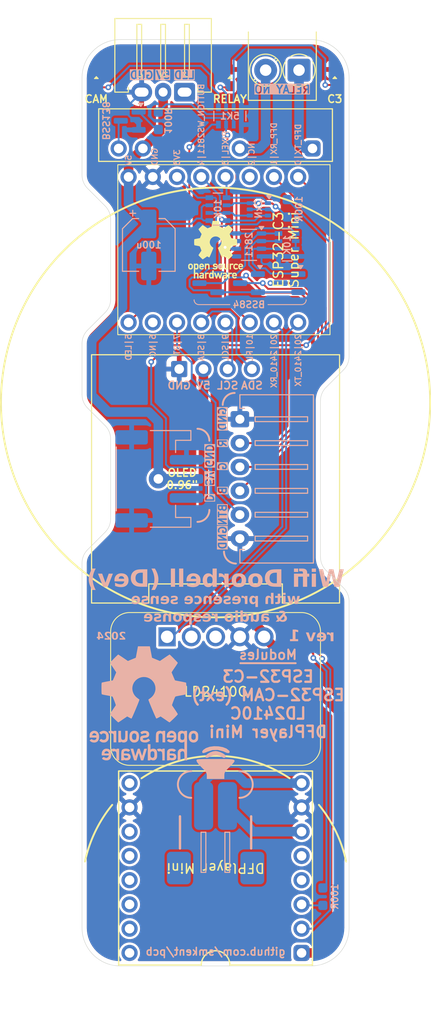
<source format=kicad_pcb>
(kicad_pcb (version 20240108) (generator "pcbnew") (generator_version "8.0")
  (layers (0 "F.Cu" signal) (31 "B.Cu" signal) (34 "B.Paste" user) (35 "F.Paste" user) (36 "B.SilkS" user "B.Silkscreen") (37 "F.SilkS" user "F.Silkscreen") (38 "B.Mask" user) (39 "F.Mask" user) (44 "Edge.Cuts" user))
  (net 0 "")
  (net 1 "BUTTON_LED_B")
  (net 2 "GND")
  (net 3 "BUTTON_LED_R")
  (net 4 "BUTTON_LED_G")
  (net 5 "BUTTON")
  (net 6 "Net-(LED1-A)")
  (net 7 "Net-(LED2-A)")
  (net 8 "+3V3")
  (net 9 "DOORBELL_RELAY")
  (net 10 "BUTTON_LED_R_EN")
  (net 11 "BUTTON_LED_G_EN")
  (net 12 "BUTTON_LED_B_EN")
  (net 13 "Net-(SM2-TX)")
  (net 14 "Net-(SM2-SPK1)")
  (net 15 "Net-(SM2-SPK2)")
  (net 25 "UART_1_RX")
  (net 26 "UART_1_TX")
  (net 27 "UART_2_RX")
  (net 28 "UART_2_TX")
  (net 29 "NEOPIXELS")
  (net 30 "C3_LED_STATUS")
  (net 31 "I2C_SDA")
  (net 32 "+5V")
  (net 33 "CAM_LED_STATUS")
  (net 34 "I2C_SCL")
  (net 35 "BUTTON_WS8211")
  (net 38 "NEOPIXELS_3V3")
  (net 39 "BUTTON_WS8211_3V3")
  (net 43 "RELAY_NO_2")
  (net 44 "RELAY_NO_1")
  (net 45 "Net-(Q5-G)")
  (net 46 "/RELAY_LOW")
  (net 47 "Net-(LED3-A)")
  (net 48 "Net-(J4-Pin_1)")
  (footprint "aliexpress:LCD-OLED-0.96-module-noholes" (layer "F.Cu") (at 160 108)
    (property "Reference" "SM5" (hide yes))
    (property "Value" "0.96mm LCD")
  )
  (footprint "lcsc:SENSOR-TH_HLK-LD2410C-P" (layer "F.Cu") (at 160 124.535)
    (property "Reference" "SM4" (hide yes))
    (property "Value" "HLK-LD2410C-P")
  )
  (footprint "aliexpress:RELAY-G3MB-202P-5VDC" (layer "F.Cu") (at 160 72 180)
    (property "Reference" "U2" (hide yes))
    (property "Value" "G3MB-202P-5VDC")
  )
  (footprint "Symbol:OSHW-Logo_5.7x6mm_SilkScreen" (layer "F.Cu") (at 160 84)
    (property "Reference" "REF**" (hide yes))
    (property "Value" "OSHW-Logo_5.7x6mm_SilkScreen" (hide yes))
  )
  (footprint "custom:TerminalBlock_Phoenix_PT-1,5-2-3.5-H_1x02_P3.50mm_Horizontal_custom" (layer "F.Cu") (at 168.75 65.2 180)
    (property "Reference" "J2" (hide yes))
    (property "Value" "Screw_Terminal_01x02")
  )
  (footprint "custom:LED_0603_1608Metric_Pad1.05x0.95mm_HandSolder_simple" (layer "F.Cu") (at 172.5 66 -90)
    (property "Reference" "LED2" (hide yes))
    (property "Value" "LED")
  )
  (footprint "aliexpress:DFPlayer-Mini-DFR0299-module" (layer "F.Cu") (at 160 148.75 180)
    (property "Reference" "SM2" (hide yes))
    (property "Value" "DFR0299")
  )
  (footprint "custom:Conn_Combo_JST-1x03-XH_PH-THT" (layer "F.Cu") (at 157 67.5 180)
    (property "Reference" "J3" (hide yes))
    (property "Value" "JST XH/PH")
  )
  (footprint "custom:LED_0603_1608Metric_Pad1.05x0.95mm_HandSolder_simple" (layer "F.Cu") (at 147.5 66 -90)
    (property "Reference" "LED1" (hide yes))
    (property "Value" "LED")
  )
  (footprint "custom:LED_0603_1608Metric_Pad1.05x0.95mm_HandSolder_simple" (layer "F.Cu") (at 161.5 66 -90)
    (property "Reference" "LED3" (hide yes))
    (property "Value" "LED")
  )
  (footprint "aliexpress:ESP32-C3-Super-Mini-Pins" (layer "F.Cu") (at 158.5 84 90)
    (property "Reference" "SM1" (hide yes))
    (property "Value" "~")
  )
  (footprint "custom:SOT-23_simple" (layer "B.Cu") (at 163.5 87.5 180)
    (property "Reference" "Q2" (hide yes))
    (property "Value" "BSS84")
  )
  (footprint "Resistor_SMD:R_Array_Convex_4x0603" (layer "B.Cu") (at 160.25 79.75)
    (property "Reference" "RN2" (hide yes))
    (property "Value" "10K")
  )
  (footprint "custom:R_0603_1608Metric_Pad0.98x0.95mm_HandSolder_simple" (layer "B.Cu") (at 154 70.5 90)
    (property "Reference" "R5" (hide yes))
    (property "Value" "100R")
  )
  (footprint "custom:SOT-23_simple" (layer "B.Cu") (at 167.75 87.5 180)
    (property "Reference" "Q3" (hide yes))
    (property "Value" "BSS84")
  )
  (footprint "Symbol:OSHW-Logo_11.4x12mm_SilkScreen" (layer "B.Cu") (at 152.5 131.5 180)
    (property "Reference" "REF**" (hide yes))
    (property "Value" "OSHW-Logo_11.4x12mm_SilkScreen" (hide yes))
  )
  (footprint "graphics:icon-speaker-4mm" (layer "B.Cu") (at 160 137.75 90)
    (property "Reference" "G***" (hide yes))
    (property "Value" "LOGO" (hide yes))
  )
  (footprint "custom:R_0603_1608Metric_Pad0.98x0.95mm_HandSolder_simple" (layer "B.Cu") (at 167.5 79.6625 90)
    (property "Reference" "R3" (hide yes))
    (property "Value" "100R")
  )
  (footprint "lcsc:FSOP-8_L3.3-W1.7-P0.80-LS2.9-BL" (layer "B.Cu") (at 163.5 83.5 180)
    (property "Reference" "U1" (hide yes))
    (property "Value" "WS2811F")
  )
  (footprint "custom:Conn_Combo_JST-1x02-XH_PH-SMD-pad2gnd" (layer "B.Cu") (at 160 143 180)
    (property "Reference" "LS1" (hide yes))
    (property "Value" "Speaker")
  )
  (footprint "Capacitor_SMD:CP_Elec_5x5.4" (layer "B.Cu") (at 153 83.5 -90)
    (property "Reference" "C0" (hide yes))
    (property "Value" "100u")
  )
  (footprint "Resistor_SMD:R_Array_Convex_4x0603" (layer "B.Cu") (at 161.5 70 -90)
    (property "Reference" "RN3" (hide yes))
    (property "Value" "5K1")
  )
  (footprint "custom:SOT-23_simple" (layer "B.Cu") (at 151 70.5 180)
    (property "Reference" "Q5" (hide yes))
    (property "Value" "BSS138")
  )
  (footprint "custom:JST_XH_S6B-XH_1x06_P2.50mm_Horizontal" (layer "B.Cu") (at 162.55 101.75 -90)
    (property "Reference" "J1" (hide yes))
    (property "Value" "JST XH")
  )
  (footprint "custom:SOT-23_simple" (layer "B.Cu") (at 159.25 87.5 180)
    (property "Reference" "Q1" (hide yes))
    (property "Value" "BSS84")
  )
  (footprint "connectors:STEMMA-Signal-SMD-horizontal" (layer "B.Cu") (at 154.1 108 90)
    (property "Reference" "J4" (hide yes))
    (property "Value" "JST PH")
  )
  (footprint "custom:SOT-363_SC-70-6_simple" (layer "B.Cu") (at 164.5375 79.775 180)
    (property "Reference" "Q4" (hide yes))
    (property "Value" "2N7002DW")
  )
  (footprint "custom:R_0603_1608Metric_Pad0.98x0.95mm_HandSolder_simple" (layer "B.Cu") (at 171.25 151.75 -90)
    (property "Reference" "R4" (hide yes))
    (property "Value" "100R")
  )
  (footprint "Resistor_SMD:R_Array_Convex_4x0603" (layer "B.Cu") (at 167.5 83.5 180)
    (property "Reference" "RN1" (hide yes))
    (property "Value" "10K")
  )
  (gr_arc (start 157.447 141.397) (mid 156.05 140) (end 157.447 138.603) (stroke (width 0.2)) (layer "B.SilkS"))
  (gr_arc (start 158.25 89.75) (mid 157.896447 89.603553) (end 157.75 89.25) (stroke (width 0.1)) (layer "B.SilkS"))
  (gr_line (start 165.5 89.75) (end 169 89.75) (stroke (width 0.1)) (layer "B.SilkS"))
  (gr_line (start 162.6 127.3) (end 168.4 127.3) (stroke (width 0.2)) (layer "B.SilkS"))
  (gr_arc (start 162.133883 116.866117) (mid 161.25 116.5) (end 160.883883 115.616117) (stroke (width 0.2)) (layer "B.SilkS"))
  (gr_arc (start 159.35 111.25) (mid 158.983883 112.133883) (end 158.1 112.5) (stroke (width 0.2)) (layer "B.SilkS"))
  (gr_line (start 161.5 89.75) (end 158.25 89.75) (stroke (width 0.1)) (layer "B.SilkS"))
  (gr_arc (start 169.5 89.25) (mid 169.353553 89.603553) (end 169 89.75) (stroke (width 0.1)) (layer "B.SilkS"))
  (gr_arc (start 162.5 138.603) (mid 163.897 140) (end 162.5 141.397) (stroke (width 0.2)) (layer "B.SilkS"))
  (gr_arc (start 160.75 100.25) (mid 161.116117 99.366117) (end 162 99) (stroke (width 0.2)) (layer "B.SilkS"))
  (gr_arc (start 158.1 102.75) (mid 158.983883 103.116117) (end 159.35 104) (stroke (width 0.2)) (layer "B.SilkS"))
  (gr_arc (start 170.835401 142.134672) (mid 172.615916 144.930517) (end 173.689233 148.066593) (stroke (width 0.2)) (layer "F.SilkS"))
  (gr_arc (start 152.234197 139.351296) (mid 155.943022 137.600712) (end 160 137) (stroke (width 0.2)) (layer "F.SilkS"))
  (gr_arc (start 146.310767 148.066593) (mid 147.384084 144.930517) (end 149.164599 142.134672) (stroke (width 0.2)) (layer "F.SilkS"))
  (gr_circle (center 160 100) (end 182.5 100) (stroke (width 0.2)) (fill none) (layer "F.SilkS"))
  (gr_arc (start 160 137) (mid 164.056978 137.600712) (end 167.765803 139.351296) (stroke (width 0.2)) (layer "F.SilkS"))
  (gr_line (start 171.585787 117.585787) (end 173.414214 119.414214) (stroke (width 0.05)) (layer "Edge.Cuts"))
  (gr_line (start 174 66) (end 174 95.171573) (stroke (width 0.05)) (layer "Edge.Cuts"))
  (gr_arc (start 150 159) (mid 147.171573 157.828427) (end 146 155) (stroke (width 0.05)) (layer "Edge.Cuts"))
  (gr_line (start 149 89.171573) (end 149 80.828427) (stroke (width 0.05)) (layer "Edge.Cuts"))
  (gr_arc (start 146 66) (mid 147.171573 63.171573) (end 150 62) (stroke (width 0.05)) (layer "Edge.Cuts"))
  (gr_line (start 148.414213 79.414213) (end 146.585786 77.585786) (stroke (width 0.05)) (layer "Edge.Cuts"))
  (gr_arc (start 146 93.828427) (mid 146.152232 93.063055) (end 146.585786 92.414214) (stroke (width 0.05)) (layer "Edge.Cuts"))
  (gr_arc (start 146.585786 77.585786) (mid 146.152241 76.93694) (end 146 76.171573) (stroke (width 0.05)) (layer "Edge.Cuts"))
  (gr_line (start 146 76.171573) (end 146 66) (stroke (width 0.05)) (layer "Edge.Cuts"))
  (gr_arc (start 174 95.171573) (mid 173.847768 95.936945) (end 173.414214 96.585786) (stroke (width 0.05)) (layer "Edge.Cuts"))
  (gr_line (start 148.414213 102.414213) (end 146.585786 100.585786) (stroke (width 0.05)) (layer "Edge.Cuts"))
  (gr_line (start 149 103.828427) (end 149 112.171573) (stroke (width 0.05)) (layer "Edge.Cuts"))
  (gr_line (start 148.414213 113.585787) (end 146.585786 115.414214) (stroke (width 0.05)) (layer "Edge.Cuts"))
  (gr_arc (start 148.414213 102.414213) (mid 148.847759 103.06306) (end 149 103.828427) (stroke (width 0.05)) (layer "Edge.Cuts"))
  (gr_arc (start 146 116.828427) (mid 146.152241 116.06306) (end 146.585786 115.414214) (stroke (width 0.05)) (layer "Edge.Cuts"))
  (gr_arc (start 149 112.171573) (mid 148.847768 112.936946) (end 148.414213 113.585787) (stroke (width 0.05)) (layer "Edge.Cuts"))
  (gr_line (start 170 159) (end 150 159) (stroke (width 0.05)) (layer "Edge.Cuts"))
  (gr_arc (start 149 89.171573) (mid 148.847768 89.936946) (end 148.414213 90.585787) (stroke (width 0.05)) (layer "Edge.Cuts"))
  (gr_arc (start 170 62) (mid 172.828427 63.171573) (end 174 66) (stroke (width 0.05)) (layer "Edge.Cuts"))
  (gr_line (start 150 62) (end 170 62) (stroke (width 0.05)) (layer "Edge.Cuts"))
  (gr_line (start 174 120.828427) (end 174 155) (stroke (width 0.05)) (layer "Edge.Cuts"))
  (gr_arc (start 174 155) (mid 172.828427 157.828427) (end 170 159) (stroke (width 0.05)) (layer "Edge.Cuts"))
  (gr_line (start 171.585787 98.414213) (end 173.414214 96.585786) (stroke (width 0.05)) (layer "Edge.Cuts"))
  (gr_line (start 146 99.171573) (end 146 93.828427) (stroke (width 0.05)) (layer "Edge.Cuts"))
  (gr_line (start 146 155) (end 146 116.828427) (stroke (width 0.05)) (layer "Edge.Cuts"))
  (gr_line (start 148.414213 90.585787) (end 146.585786 92.414214) (stroke (width 0.05)) (layer "Edge.Cuts"))
  (gr_arc (start 148.414213 79.414213) (mid 148.847759 80.06306) (end 149 80.828427) (stroke (width 0.05)) (layer "Edge.Cuts"))
  (gr_line (start 171 116.171573) (end 171 99.828427) (stroke (width 0.05)) (layer "Edge.Cuts"))
  (gr_arc (start 173.414214 119.414214) (mid 173.847759 120.06306) (end 174 120.828427) (stroke (width 0.05)) (layer "Edge.Cuts"))
  (gr_arc (start 171 99.828427) (mid 171.152241 99.06306) (end 171.585787 98.414213) (stroke (width 0.05)) (layer "Edge.Cuts"))
  (gr_arc (start 171.585787 117.585787) (mid 171.15225 116.936939) (end 171 116.171573) (stroke (width 0.05)) (layer "Edge.Cuts"))
  (gr_arc (start 146.585786 100.585786) (mid 146.152241 99.93694) (end 146 99.171573) (stroke (width 0.05)) (layer "Edge.Cuts"))
  (gr_text "SDA" (at 163.81 97.75 0) (layer "B.SilkS") (effects (font (size 0.8 0.8) (thickness 0.16) (bold yes)) (justify top mirror)))
  (gr_text "2811" (at 163.5 83.5 90) (layer "B.SilkS") (effects (font (size 0.7 0.7) (thickness 0.14) (bold yes)) (justify mirror)))
  (gr_text "9|SCL" (at 161.04 92.75 90) (layer "B.SilkS") (effects (font (size 0.6 0.6) (thickness 0.12) (bold yes)) (justify left mirror)))
  (gr_text "5K1" (at 161.5 70 0) (layer "B.SilkS") (effects (font (size 0.7 0.7) (thickness 0.14) (bold yes)) (justify mirror)))
  (gr_text "7|BT" (at 155.96 92.75 90) (layer "B.SilkS") (effects (font (size 0.6 0.6) (thickness 0.12) (bold yes)) (justify left mirror)))
  (gr_text "PIXEL|3" (at 161.04 75.25 90) (layer "B.SilkS") (effects (font (size 0.6 0.6) (thickness 0.12) (bold yes)) (justify right mirror)))
  (gr_text "3V3" (at 155.96 75.25 90) (layer "B.SilkS") (effects (font (size 0.6 0.6) (thickness 0.12) (bold yes)) (justify right mirror)))
  (gr_text "GND" (at 160.75 114.156 90) (layer "B.SilkS" knockout) (effects (font (size 0.8 0.8) (thickness 0.16) (bold yes)) (justify mirror)))
  (gr_text "5V" (at 158.73 97.75 0) (layer "B.SilkS") (effects (font (size 0.8 0.8) (thickness 0.16) (bold yes)) (justify top mirror)))
  (gr_text "5|LED" (at 150.88 92.75 90) (layer "B.SilkS") (effects (font (size 0.6 0.6) (thickness 0.12) (bold yes)) (justify left mirror)))
  (gr_text "6|NC" (at 153.42 92.75 90) (layer "B.SilkS") (effects (font (size 0.6 0.6) (thickness 0.12) (bold yes)) (justify left mirror)))
  (gr_text "BSS138" (at 148.5 70.5 -90) (layer "B.SilkS") (effects (font (size 0.7 0.7) (thickness 0.14) (bold yes)) (justify mirror)))
  (gr_text "GND" (at 156.19 97.75 0) (layer "B.SilkS") (effects (font (size 0.8 0.8) (thickness 0.16) (bold yes)) (justify top mirror)))
  (gr_text "BTN" (at 160.75 111.743 90) (layer "B.SilkS" knockout) (effects (font (size 0.8 0.8) (thickness 0.16) (bold yes)) (justify mirror)))
  (gr_text "R" (at 160.75 104.25 90) (layer "B.SilkS" knockout) (effects (font (size 0.8 0.8) (thickness 0.16) (bold yes)) (justify mirror)))
  (gr_text "NC|2" (at 163.78 75.25 90) (layer "B.SilkS") (effects (font (size 0.6 0.6) (thickness 0.12) (bold yes)) (justify right mirror)))
  (gr_text "100R" (at 155 70.5 -90) (layer "B.SilkS") (effects (font (size 0.7 0.7) (thickness 0.14) (bold yes)) (justify mirror)))
  (gr_text "RELAY NO" (at 167 66.75 -0) (layer "B.SilkS" knockout) (effects (font (size 0.8 0.8) (thickness 0.16) (bold yes)) (justify top mirror)))
  (gr_text "ESP32-C3\nESP32-CAM (ext)\nLD2410C\nDFPlayer Mini\n" (at 165.5 128 0) (layer "B.SilkS") (effects (font (size 1.2 1.2) (thickness 0.24) (bold yes)) (justify top mirror)))
  (gr_text "Modules" (at 165.5 127 0) (layer "B.SilkS") (effects (font (size 1 1) (thickness 0.2) (bold yes)) (justify bottom mirror)))
  (gr_text "D" (at 159.35 110 -90) (layer "B.SilkS" knockout) (effects (font (size 0.8 0.8) (thickness 0.16) (bold yes)) (justify mirror)))
  (gr_text "BUTTON_WS2811|4" (at 158.5 75.25 90) (layer "B.SilkS") (effects (font (size 0.6 0.6) (thickness 0.12) (bold yes)) (justify right mirror)))
  (gr_text "100R" (at 172.5 151.75 90) (layer "B.SilkS") (effects (font (size 0.7 0.7) (thickness 0.14) (bold yes)) (justify mirror)))
  (gr_text "DFP_TX|0" (at 168.66 75.25 90) (layer "B.SilkS") (effects (font (size 0.6 0.6) (thickness 0.12) (bold yes)) (justify right mirror)))
  (gr_text "100R" (at 168.75 79.75 90) (layer "B.SilkS") (effects (font (size 0.7 0.7) (thickness 0.14) (bold yes)) (justify mirror)))
  (gr_text "rev 1" (at 172.5 124.5 0) (layer "B.SilkS") (effects (font (size 1.2 1.2) (thickness 0.24) (bold yes)) (justify left mirror)))
  (gr_text "GND" (at 159.35 105.587 -90) (layer "B.SilkS" knockout) (effects (font (size 0.8 0.8) (thickness 0.16) (bold yes)) (justify mirror)))
  (gr_text "SCL" (at 161.27 97.75 0) (layer "B.SilkS") (effects (font (size 0.8 0.8) (thickness 0.16) (bold yes)) (justify top mirror)))
  (gr_text "5V" (at 159.35 108 -90) (layer "B.SilkS" knockout) (effects (font (size 0.8 0.8) (thickness 0.16) (bold yes)) (justify mirror)))
  (gr_text "github.com/smkent/pcb" (at 160 157.5 0) (layer "B.SilkS") (effects (font (size 0.8 0.8) (thickness 0.16) (bold yes)) (justify mirror)))
  (gr_text "G" (at 160.75 106.663 90) (layer "B.SilkS" knockout) (effects (font (size 0.8 0.8) (thickness 0.16) (bold yes)) (justify mirror)))
  (gr_text "20|2410_RX" (at 166.12 92.75 90) (layer "B.SilkS") (effects (font (size 0.6 0.6) (thickness 0.12) (bold yes)) (justify left mirror)))
  (gr_text "10K" (at 160.25 79.75 90) (layer "B.SilkS") (effects (font (size 0.7 0.7) (thickness 0.14) (bold yes)) (justify mirror)))
  (gr_text "B" (at 160.75 109.203 90) (layer "B.SilkS" knockout) (effects (font (size 0.8 0.8) (thickness 0.16) (bold yes)) (justify mirror)))
  (gr_text "10K" (at 167.5 83.5 90) (layer "B.SilkS") (effects (font (size 0.7 0.7) (thickness 0.14) (bold yes)) (justify mirror)))
  (gr_text "DFP_RX|1" (at 166.12 75.25 90) (layer "B.SilkS") (effects (font (size 0.6 0.6) (thickness 0.12) (bold yes)) (justify right mirror)))
  (gr_text "2xN" (at 164.5 79.75 90) (layer "B.SilkS") (effects (font (size 0.7 0.7) (thickness 0.14) (bold yes)) (justify mirror)))
  (gr_text "10|RL" (at 163.58 92.75 90) (layer "B.SilkS") (effects (font (size 0.6 0.6) (thickness 0.12) (bold yes)) (justify left mirror)))
  (gr_text "2024" (at 147.5 124.5 0) (layer "B.SilkS") (effects (font (size 0.8 0.8) (thickness 0.24) (bold yes)) (justify right mirror)))
  (gr_text "LED" (at 156.75 65.25 -0) (layer "B.SilkS" knockout) (effects (font (size 0.8 0.8) (thickness 0.16) (bold yes)) (justify top mirror)))
  (gr_text "GND" (at 153.62 75.25 90) (layer "B.SilkS") (effects (font (size 0.6 0.6) (thickness 0.12) (bold yes)) (justify right mirror)))
  (gr_text "GND" (at 152.25 65.25 -0) (layer "B.SilkS" knockout) (effects (font (size 0.8 0.8) (thickness 0.16) (bold yes)) (justify top mirror)))
  (gr_text "8|SDA" (at 158.5 92.75 90) (layer "B.SilkS") (effects (font (size 0.6 0.6) (thickness 0.12) (bold yes)) (justify left mirror)))
  (gr_text "5V" (at 154.5 65.25 -0) (layer "B.SilkS" knockout) (effects (font (size 0.8 0.8) (thickness 0.16) (bold yes)) (justify top mirror)))
  (gr_text "100u" (at 153 83.5 0) (layer "B.SilkS") (effects (font (size 0.7 0.7) (thickness 0.14) (bold yes)) (justify mirror)))
  (gr_text "with presence sense\n& audio response" (at 160 120 0) (layer "B.SilkS") (effects (font (size 1.1 1.1) (thickness 0.22) (bold yes)) (justify top mirror)))
  (gr_text "20|2410_TX" (at 168.66 92.75 90) (layer "B.SilkS") (effects (font (size 0.6 0.6) (thickness 0.12) (bold yes)) (justify left mirror)))
  (gr_text "GND" (at 160.75 101.71 90) (layer "B.SilkS" knockout) (effects (font (size 0.8 0.8) (thickness 0.16) (bold yes)) (justify mirror)))
  (gr_text "5V" (at 150.88 75.25 90) (layer "B.SilkS") (effects (font (size 0.6 0.6) (thickness 0.12) (bold yes)) (justify right mirror)))
  (gr_text "Wifi Doorbell (Dev)\n" (at 160 117.5 0) (layer "B.SilkS") (effects (font (size 1.8 1.8) (thickness 0.4) (bold yes)) (justify top mirror)))
  (gr_text "BSS84" (at 163.5 89.75 0) (layer "B.SilkS") (effects (font (size 0.7 0.7) (thickness 0.14) (bold yes)) (justify mirror)))
  (gr_text "OLED\n0.96{dblquote}" (at 156.5 108 0) (layer "F.SilkS") (effects (font (size 0.8 0.8) (thickness 0.16) (bold yes))))
  (gr_text "RELAY" (at 161.5 67.75 0) (layer "F.SilkS") (effects (font (size 0.8 0.8) (thickness 0.16) (bold yes)) (justify top)))
  (gr_text "CAM" (at 147.5 67.75 0) (layer "F.SilkS") (effects (font (size 0.8 0.8) (thickness 0.16) (bold yes)) (justify top)))
  (gr_text "C3" (at 172.5 67.75 0) (layer "F.SilkS") (effects (font (size 0.8 0.8) (thickness 0.16) (bold yes)) (justify top)))
  (segment (start 171.55 95.331372) (end 168.8 98.081372) (width 0.2) (layer "F.Cu") (net 1))
  (segment (start 168.8 98.081372) (end 168.8 103) (width 0.2) (layer "F.Cu") (net 1))
  (segment (start 168.8 103) (end 162.55 109.25) (width 0.2) (layer "F.Cu") (net 1))
  (segment (start 171.55 90.05) (end 171.55 95.331372) (width 0.2) (layer "F.Cu") (net 1))
  (segment (start 165.75 87.5) (end 169 87.5) (width 0.2) (layer "F.Cu") (net 1))
  (segment (start 169 87.5) (end 171.55 90.05) (width 0.2) (layer "F.Cu") (net 1))
  (via (at 165.75 87.5) (size 0.6) (drill 0.3) (layers "F.Cu" "B.Cu") (net 1))
  (segment (start 166.8125 87.5) (end 165.75 87.5) (width 0.2) (layer "B.Cu") (net 1))
  (segment (start 152.25 67.5) (end 150.9 68.85) (width 0.2) (layer "B.Cu") (net 2))
  (segment (start 164.81 85.31) (end 165 85.5) (width 0.2) (layer "B.Cu") (net 2))
  (segment (start 164.81 84.7) (end 164.81 85.31) (width 0.2) (layer "B.Cu") (net 2))
  (segment (start 165 85.5) (end 166.5 85.5) (width 0.2) (layer "B.Cu") (net 2))
  (segment (start 150.9 69.959448) (end 151.9375 70.996948) (width 0.2) (layer "B.Cu") (net 2))
  (segment (start 166.5 85.5) (end 170 85.5) (width 0.2) (layer "B.Cu") (net 2))
  (segment (start 166.6 85.4) (end 166.5 85.5) (width 0.2) (layer "B.Cu") (net 2))
  (segment (start 151.9375 70.996948) (end 151.9375 71.45) (width 0.2) (layer "B.Cu") (net 2))
  (segment (start 166.6 84.7) (end 166.6 85.4) (width 0.2) (layer "B.Cu") (net 2))
  (segment (start 150.9 68.85) (end 150.9 69.959448) (width 0.2) (layer "B.Cu") (net 2))
  (segment (start 170.75 95) (end 168 97.75) (width 0.2) (layer "F.Cu") (net 3))
  (segment (start 168 97.75) (end 168 102.668628) (width 0.2) (layer "F.Cu") (net 3))
  (segment (start 166.418628 104.25) (end 162.55 104.25) (width 0.2) (layer "F.Cu") (net 3))
  (segment (start 163.200001 86.701242) (end 164.998759 88.5) (width 0.2) (layer "F.Cu") (net 3))
  (segment (start 170.75 90.381372) (end 170.75 95) (width 0.2) (layer "F.Cu") (net 3))
  (segment (start 168.868628 88.5) (end 170.75 90.381372) (width 0.2) (layer "F.Cu") (net 3))
  (segment (start 164.998759 88.5) (end 168.868628 88.5) (width 0.2) (layer "F.Cu") (net 3))
  (segment (start 168 102.668628) (end 166.418628 104.25) (width 0.2) (layer "F.Cu") (net 3))
  (via (at 163.200001 86.701242) (size 0.6) (drill 0.3) (layers "F.Cu" "B.Cu") (net 3))
  (segment (start 163.001243 86.9) (end 161.35 86.9) (width 0.2) (layer "B.Cu") (net 3))
  (segment (start 163.200001 86.701242) (end 163.001243 86.9) (width 0.2) (layer "B.Cu") (net 3))
  (segment (start 161.35 86.9) (end 160.75 87.5) (width 0.2) (layer "B.Cu") (net 3))
  (segment (start 160.75 87.5) (end 158.3125 87.5) (width 0.2) (layer "B.Cu") (net 3))
  (segment (start 168.4 102.834314) (end 164.484314 106.75) (width 0.2) (layer "F.Cu") (net 4))
  (segment (start 168.4 97.915686) (end 168.4 102.834314) (width 0.2) (layer "F.Cu") (net 4))
  (segment (start 164.949997 87.548526) (end 165.501471 88.1) (width 0.2) (layer "F.Cu") (net 4))
  (segment (start 169.034314 88.1) (end 171.15 90.215686) (width 0.2) (layer "F.Cu") (net 4))
  (segment (start 164.484314 106.75) (end 162.55 106.75) (width 0.2) (layer "F.Cu") (net 4))
  (segment (start 164.949997 87.5) (end 164.949997 87.548526) (width 0.2) (layer "F.Cu") (net 4))
  (segment (start 171.15 90.215686) (end 171.15 95.165686) (width 0.2) (layer "F.Cu") (net 4))
  (segment (start 171.15 95.165686) (end 168.4 97.915686) (width 0.2) (layer "F.Cu") (net 4))
  (segment (start 165.501471 88.1) (end 169.034314 88.1) (width 0.2) (layer "F.Cu") (net 4))
  (via (at 164.949997 87.5) (size 0.6) (drill 0.3) (layers "F.Cu" "B.Cu") (net 4))
  (segment (start 164.949997 87.5) (end 162.5625 87.5) (width 0.2) (layer "B.Cu") (net 4))
  (segment (start 160 100.015672) (end 160 109.2) (width 0.2) (layer "B.Cu") (net 5))
  (segment (start 160 109.2) (end 162.55 111.75) (width 0.2) (layer "B.Cu") (net 5))
  (segment (start 157.5 95.804328) (end 157.5 97.515672) (width 0.2) (layer "B.Cu") (net 5))
  (segment (start 155.96 94.264328) (end 157.5 95.804328) (width 0.2) (layer "B.Cu") (net 5))
  (segment (start 157.5 97.515672) (end 160 100.015672) (width 0.2) (layer "B.Cu") (net 5))
  (segment (start 155.96 91.62) (end 155.96 94.264328) (width 0.2) (layer "B.Cu") (net 5))
  (segment (start 147.625 67) (end 147.5 66.875) (width 0.2) (layer "F.Cu") (net 6))
  (segment (start 148.75 67) (end 147.625 67) (width 0.2) (layer "F.Cu") (net 6))
  (via (at 148.75 67) (size 0.6) (drill 0.3) (layers "F.Cu" "B.Cu") (net 6))
  (segment (start 160.3 67.648529) (end 159.475 66.823529) (width 0.2) (layer "B.Cu") (net 6))
  (segment (start 159.475 65.725) (end 158.5 64.75) (width 0.2) (layer "B.Cu") (net 6))
  (segment (start 159.475 66.823529) (end 159.475 65.725) (width 0.2) (layer "B.Cu") (net 6))
  (segment (start 151 64.75) (end 148.75 67) (width 0.2) (layer "B.Cu") (net 6))
  (segment (start 158.5 64.75) (end 151 64.75) (width 0.2) (layer "B.Cu") (net 6))
  (segment (start 160.3 69.1) (end 160.3 67.648529) (width 0.2) (layer "B.Cu") (net 6))
  (segment (start 171.5 66.75) (end 172.375 66.75) (width 0.2) (layer "F.Cu") (net 7))
  (segment (start 172.375 66.75) (end 172.5 66.875) (width 0.2) (layer "F.Cu") (net 7))
  (via (at 171.5 66.75) (size 0.6) (drill 0.3) (layers "F.Cu" "B.Cu") (net 7))
  (segment (start 161.9 64.1) (end 161.9 69.1) (width 0.2) (layer "B.Cu") (net 7))
  (segment (start 171.5 64) (end 171.5 66.75) (width 0.2) (layer "B.Cu") (net 7))
  (segment (start 169.741999 62.60188) (end 170.10635 62.60635) (width 0.2) (layer "B.Cu") (net 7))
  (segment (start 169.740165 62.6) (end 169.741999 62.60188) (width 0.2) (layer "B.Cu") (net 7))
  (segment (start 163.4 62.6) (end 169.740165 62.6) (width 0.2) (layer "B.Cu") (net 7))
  (segment (start 170.10635 62.60635) (end 171.5 64) (width 0.2) (layer "B.Cu") (net 7))
  (segment (start 161.9 64.1) (end 163.4 62.6) (width 0.2) (layer "B.Cu") (net 7))
  (segment (start 160.05 80.25) (end 159.95 80.15) (width 0.2) (layer "B.Cu") (net 8))
  (segment (start 161.7 81.5) (end 161.85 81.35) (width 0.2) (layer "B.Cu") (net 8))
  (segment (start 160.45 81.5) (end 161.7 81.5) (width 0.2) (layer "B.Cu") (net 8))
  (segment (start 160.05 80.775) (end 160.05 81.1) (width 0.2) (layer "B.Cu") (net 8))
  (segment (start 160.05 80.775) (end 160.05 78.65) (width 0.2) (layer "B.Cu") (net 8))
  (segment (start 159.95 78.55) (end 159.35 78.55) (width 0.2) (layer "B.Cu") (net 8))
  (segment (start 160.05 81.1) (end 160.45 81.5) (width 0.2) (layer "B.Cu") (net 8))
  (segment (start 164.35 81.35) (end 164.775 80.925) (width 0.2) (layer "B.Cu") (net 8))
  (segment (start 164.775 80.925) (end 165.880956 80.925) (width 0.2) (layer "B.Cu") (net 8))
  (segment (start 166.1125 80.156545) (end 165.730955 79.775) (width 0.2) (layer "B.Cu") (net 8))
  (segment (start 160.05 80.775) (end 160.05 80.25) (width 0.2) (layer "B.Cu") (net 8))
  (segment (start 159.95 80.15) (end 159.35 80.15) (width 0.2) (layer "B.Cu") (net 8))
  (segment (start 165.880956 80.925) (end 166.1125 80.693456) (width 0.2) (layer "B.Cu") (net 8))
  (segment (start 165.730955 79.775) (end 163.4 79.775) (width 0.2) (layer "B.Cu") (net 8))
  (segment (start 160.05 78.65) (end 159.95 78.55) (width 0.2) (layer "B.Cu") (net 8))
  (segment (start 166.1125 80.693456) (end 166.1125 80.156545) (width 0.2) (layer "B.Cu") (net 8))
  (segment (start 158.13 78.55) (end 155.96 76.38) (width 0.2) (layer "B.Cu") (net 8))
  (segment (start 161.85 81.35) (end 164.35 81.35) (width 0.2) (layer "B.Cu") (net 8))
  (segment (start 159.35 78.55) (end 158.13 78.55) (width 0.2) (layer "B.Cu") (net 8))
  (segment (start 161.25 72) (end 161.25 74.25) (width 0.2) (layer "F.Cu") (net 9))
  (segment (start 161.25 74.25) (end 161 74.5) (width 0.2) (layer "F.Cu") (net 9))
  (segment (start 161 74.5) (end 162.19 75.69) (width 0.2) (layer "F.Cu") (net 9))
  (segment (start 162.19 75.69) (end 162.19 83.408529) (width 0.2) (layer "F.Cu") (net 9))
  (segment (start 161 89.04) (end 163.58 91.62) (width 0.2) (layer "F.Cu") (net 9))
  (segment (start 161 84.598529) (end 161 89.04) (width 0.2) (layer "F.Cu") (net 9))
  (segment (start 162.19 83.408529) (end 161 84.598529) (width 0.2) (layer "F.Cu") (net 9))
  (via (at 161.25 72) (size 0.6) (drill 0.3) (layers "F.Cu" "B.Cu") (net 9))
  (segment (start 161.1 70.3) (end 161 70.2) (width 0.2) (layer "B.Cu") (net 9))
  (segment (start 157.459314 68.775) (end 154.8125 68.775) (width 0.2) (layer "B.Cu") (net 9))
  (segment (start 161.1 71.85) (end 161.1 70.9) (width 0.2) (layer "B.Cu") (net 9))
  (segment (start 158.884314 70.2) (end 157.459314 68.775) (width 0.2) (layer "B.Cu") (net 9))
  (segment (start 161.1 70.9) (end 161.1 70.3) (width 0.2) (layer "B.Cu") (net 9))
  (segment (start 154.8125 68.775) (end 154 69.5875) (width 0.2) (layer "B.Cu") (net 9))
  (segment (start 161.25 72) (end 161.1 71.85) (width 0.2) (layer "B.Cu") (net 9))
  (segment (start 161 70.2) (end 158.884314 70.2) (width 0.2) (layer "B.Cu") (net 9))
  (segment (start 163.1 83.705001) (end 163.1 85.65) (width 0.2) (layer "B.Cu") (net 10))
  (segment (start 162.25 86.5) (end 160.2375 86.5) (width 0.2) (layer "B.Cu") (net 10))
  (segment (start 164.81 82.3) (end 166.6 82.3) (width 0.2) (layer "B.Cu") (net 10))
  (segment (start 160.2375 86.5) (end 160.1875 86.55) (width 0.2) (layer "B.Cu") (net 10))
  (segment (start 164.505001 82.3) (end 163.1 83.705001) (width 0.2) (layer "B.Cu") (net 10))
  (segment (start 163.1 85.65) (end 162.25 86.5) (width 0.2) (layer "B.Cu") (net 10))
  (segment (start 164.81 82.3) (end 164.505001 82.3) (width 0.2) (layer "B.Cu") (net 10))
  (segment (start 164.270687 83.1) (end 164.81 83.1) (width 0.2) (layer "B.Cu") (net 11))
  (segment (start 163.5 83.870687) (end 164.270687 83.1) (width 0.2) (layer "B.Cu") (net 11))
  (segment (start 164.81 83.1) (end 166.6 83.1) (width 0.2) (layer "B.Cu") (net 11))
  (segment (start 164.4375 86.55) (end 163.5 85.6125) (width 0.2) (layer "B.Cu") (net 11))
  (segment (start 163.5 85.6125) (end 163.5 83.870687) (width 0.2) (layer "B.Cu") (net 11))
  (segment (start 164.036373 83.9) (end 164.81 83.9) (width 0.2) (layer "B.Cu") (net 12))
  (segment (start 163.9 85.446814) (end 163.9 84.036373) (width 0.2) (layer "B.Cu") (net 12))
  (segment (start 163.9 84.036373) (end 164.036373 83.9) (width 0.2) (layer "B.Cu") (net 12))
  (segment (start 164.403186 85.95) (end 163.9 85.446814) (width 0.2) (layer "B.Cu") (net 12))
  (segment (start 165.765552 86.5) (end 165.215552 85.95) (width 0.2) (layer "B.Cu") (net 12))
  (segment (start 168.6375 86.5) (end 165.765552 86.5) (width 0.2) (layer "B.Cu") (net 12))
  (segment (start 168.6875 86.55) (end 168.6375 86.5) (width 0.2) (layer "B.Cu") (net 12))
  (segment (start 165.215552 85.95) (end 164.403186 85.95) (width 0.2) (layer "B.Cu") (net 12))
  (segment (start 164.81 83.9) (end 166.6 83.9) (width 0.2) (layer "B.Cu") (net 12))
  (segment (start 171.25 152.6625) (end 169.1195 152.6625) (width 0.2) (layer "B.Cu") (net 13))
  (segment (start 169.1195 152.6625) (end 169.017 152.56) (width 0.2) (layer "B.Cu") (net 13))
  (segment (start 163.94 144.94) (end 169.017 144.94) (width 1) (layer "B.Cu") (net 14))
  (segment (start 161.25 142.25) (end 163.94 144.94) (width 1) (layer "B.Cu") (net 14))
  (segment (start 158.75 139.75) (end 159.5 139) (width 1) (layer "B.Cu") (net 15))
  (segment (start 159.5 139) (end 162.25 139) (width 1) (layer "B.Cu") (net 15))
  (segment (start 158.75 142.25) (end 158.75 139.75) (width 1) (layer "B.Cu") (net 15))
  (segment (start 162.25 139) (end 163.11 139.86) (width 1) (layer "B.Cu") (net 15))
  (segment (start 163.11 139.86) (end 169.017 139.86) (width 1) (layer "B.Cu") (net 15))
  (segment (start 155.465 124.535) (end 154.92 124.535) (width 0.2) (layer "B.Cu") (net 25))
  (segment (start 167 113) (end 155.465 124.535) (width 0.2) (layer "B.Cu") (net 25))
  (segment (start 167 92.5) (end 167 113) (width 0.2) (layer "B.Cu") (net 25))
  (segment (start 166.12 91.62) (end 167 92.5) (width 0.2) (layer "B.Cu") (net 25))
  (segment (start 167.4 92.88) (end 168.66 91.62) (width 0.2) (layer "B.Cu") (net 26))
  (segment (start 157.46 124.535) (end 157.46 123.105686) (width 0.2) (layer "B.Cu") (net 26))
  (segment (start 167.4 113.165686) (end 167.4 92.88) (width 0.2) (layer "B.Cu") (net 26))
  (segment (start 157.46 123.105686) (end 167.4 113.165686) (width 0.2) (layer "B.Cu") (net 26))
  (segment (start 171.95 82.21) (end 171.95 95.497058) (width 0.2) (layer "F.Cu") (net 27))
  (segment (start 166.12 76.38) (end 171.95 82.21) (width 0.2) (layer "F.Cu") (net 27))
  (segment (start 169.2 125.265686) (end 170.25 126.315686) (width 0.2) (layer "F.Cu") (net 27))
  (segment (start 171.95 95.497058) (end 169.2 98.247058) (width 0.2) (layer "F.Cu") (net 27))
  (segment (start 170.25 126.315686) (end 170.25 126.75) (width 0.2) (layer "F.Cu") (net 27))
  (segment (start 169.2 98.247058) (end 169.2 125.265686) (width 0.2) (layer "F.Cu") (net 27))
  (via (at 170.25 126.75) (size 0.6) (drill 0.3) (layers "F.Cu" "B.Cu") (net 27))
  (segment (start 171.625 150.4625) (end 171.25 150.8375) (width 0.2) (layer "B.Cu") (net 27))
  (segment (start 170.25 126.75) (end 171.625 128.125) (width 0.2) (layer "B.Cu") (net 27))
  (segment (start 171.625 128.125) (end 171.625 150.4625) (width 0.2) (layer "B.Cu") (net 27))
  (segment (start 171.180231 126.680231) (end 171.180231 126.831701) (width 0.2) (layer "F.Cu") (net 28))
  (segment (start 172.35 80.07) (end 172.35 95.662744) (width 0.2) (layer "F.Cu") (net 28))
  (segment (start 169.6 98.412744) (end 169.6 125.1) (width 0.2) (layer "F.Cu") (net 28))
  (segment (start 172.35 95.662744) (end 169.6 98.412744) (width 0.2) (layer "F.Cu") (net 28))
  (segment (start 168.66 76.38) (end 172.35 80.07) (width 0.2) (layer "F.Cu") (net 28))
  (segment (start 169.6 125.1) (end 171.180231 126.680231) (width 0.2) (layer "F.Cu") (net 28))
  (via (at 171.180231 126.831701) (size 0.6) (drill 0.3) (layers "F.Cu" "B.Cu") (net 28))
  (segment (start 172.025 127.959314) (end 172.025 153.141722) (width 0.2) (layer "B.Cu") (net 28))
  (segment (start 170.066722 155.1) (end 169.017 155.1) (width 0.2) (layer "B.Cu") (net 28))
  (segment (start 171.180231 126.831701) (end 171.180231 127.114545) (width 0.2) (layer "B.Cu") (net 28))
  (segment (start 172.025 153.141722) (end 170.066722 155.1) (width 0.2) (layer "B.Cu") (net 28))
  (segment (start 171.180231 127.114545) (end 172.025 127.959314) (width 0.2) (layer "B.Cu") (net 28))
  (segment (start 164.5 79.15) (end 165.954485 79.15) (width 0.2) (layer "F.Cu") (net 29))
  (segment (start 165.954485 79.15) (end 166.290472 79.485987) (width 0.2) (layer "F.Cu") (net 29))
  (via (at 164.5 79.15) (size 0.6) (drill 0.3) (layers "F.Cu" "B.Cu") (net 29))
  (via (at 166.290472 79.485987) (size 0.6) (drill 0.3) (layers "F.Cu" "B.Cu") (net 29))
  (segment (start 161.712499 79.35) (end 161.937499 79.125) (width 0.2) (layer "B.Cu") (net 29))
  (segment (start 161.15 79.35) (end 161.712499 79.35) (width 0.2) (layer "B.Cu") (net 29))
  (segment (start 166.290472 79.485987) (end 166.410987 79.485987) (width 0.2) (layer "B.Cu") (net 29))
  (segment (start 164.475 79.125) (end 164.5 79.15) (width 0.2) (layer "B.Cu") (net 29))
  (segment (start 163.5875 79.125) (end 164.475 79.125) (width 0.2) (layer "B.Cu") (net 29))
  (segment (start 161.937499 79.125) (end 163.5875 79.125) (width 0.2) (layer "B.Cu") (net 29))
  (segment (start 166.410987 79.485987) (end 167.5 80.575) (width 0.2) (layer "B.Cu") (net 29))
  (segment (start 157.25 85.25) (end 157.25 73.25) (width 0.2) (layer "F.Cu") (net 30))
  (segment (start 150.88 91.62) (end 157.25 85.25) (width 0.2) (layer "F.Cu") (net 30))
  (via (at 157.25 73.25) (size 0.6) (drill 0.3) (layers "F.Cu" "B.Cu") (net 30))
  (segment (start 159.6 70.9) (end 160.3 70.9) (width 0.2) (layer "B.Cu") (net 30))
  (segment (start 157.25 73.25) (end 159.6 70.9) (width 0.2) (layer "B.Cu") (net 30))
  (segment (start 159.65 90.47) (end 158.5 91.62) (width 0.2) (layer "B.Cu") (net 31))
  (segment (start 162.19 94.88) (end 162.19 91.143654) (width 0.2) (layer "B.Cu") (net 31))
  (segment (start 162.19 91.143654) (end 161.516346 90.47) (width 0.2) (layer "B.Cu") (net 31))
  (segment (start 163.81 96.5) (end 162.19 94.88) (width 0.2) (layer "B.Cu") (net 31))
  (segment (start 161.516346 90.47) (end 159.65 90.47) (width 0.2) (layer "B.Cu") (net 31))
  (segment (start 154.5 71.28) (end 152.38 73.4) (width 1) (layer "F.Cu") (net 32))
  (segment (start 150.88 74.9) (end 152.38 73.4) (width 1) (layer "F.Cu") (net 32))
  (segment (start 154 108) (end 158.73 108) (width 1) (layer "F.Cu") (net 32))
  (segment (start 158.73 117.82) (end 158.73 108) (width 1) (layer "F.Cu") (net 32))
  (segment (start 173 132.455) (end 165.08 124.535) (width 1) (layer "F.Cu") (net 32))
  (segment (start 169.017 157.64) (end 170.36 157.64) (width 1) (layer "F.Cu") (net 32))
  (segment (start 154.5 67.5) (end 154.5 71.28) (width 1) (layer "F.Cu") (net 32))
  (segment (start 150.88 76.38) (end 150.88 74.9) (width 1) (layer "F.Cu") (net 32))
  (segment (start 165.08 124.17) (end 158.73 117.82) (width 1) (layer "F.Cu") (net 32))
  (segment (start 158.73 108) (end 158.73 96.5) (width 1) (layer "F.Cu") (net 32))
  (segment (start 165.08 124.535) (end 165.08 124.17) (width 1) (layer "F.Cu") (net 32))
  (segment (start 170.36 157.64) (end 173 155) (width 1) (layer "F.Cu") (net 32))
  (segment (start 173 155) (end 173 132.455) (width 1) (layer "F.Cu") (net 32))
  (via (at 154 108) (size 2) (drill 1) (layers "F.Cu" "B.Cu") (net 32))
  (segment (start 149.414214 90.95822) (end 149.502237 90.843504) (width 1) (layer "B.Cu") (net 32))
  (segment (start 158.537498 79.562502) (end 158.537498 80.737498) (width 0.2) (layer "B.Cu") (net 32))
  (segment (start 158.75 80.95) (end 159.35 80.95) (width 0.2) (layer "B.Cu") (net 32))
  (segment (start 160.1875 88.45) (end 159.9875 88.25) (width 0.2) (layer "B.Cu") (net 32))
  (segment (start 147.024035 93.634286) (end 147.057724 93.508552) (width 1) (layer "B.Cu") (net 32))
  (segment (start 147 94.156153) (end 147.006018 93.771154) (width 1) (layer "B.Cu") (net 32))
  (segment (start 150.88 76.38) (end 150.88 79.18) (width 1) (layer "B.Cu") (net 32))
  (segment (start 148.75 101) (end 147.01016 99.26016) (width 1) (layer "B.Cu") (net 32))
  (segment (start 157.275 87.840552) (end 157.275 87.159448) (width 0.2) (layer "B.Cu") (net 32))
  (segment (start 147.006037 99.22884) (end 147 98.842648) (width 1) (layer "B.Cu") (net 32))
  (segment (start 147.006018 93.771154) (end 147.024035 93.634286) (width 1) (layer "B.Cu") (net 32))
  (segment (start 149.414214 91.081616) (end 149.414214 90.95822) (width 1) (layer "B.Cu") (net 32))
  (segment (start 157.45 81.3) (end 153 81.3) (width 0.2) (layer "B.Cu") (net 32))
  (segment (start 159.35 79.35) (end 158.75 79.35) (width 0.2) (layer "B.Cu") (net 32))
  (segment (start 153 101) (end 148.75 101) (width 1) (layer "B.Cu") (net 32))
  (segment (start 164.25 81.75) (end 163.7 82.3) (width 0.2) (layer "B.Cu") (net 32))
  (segment (start 161.495 82.3) (end 162.19 82.3) (width 0.2) (layer "B.Cu") (net 32))
  (segment (start 160.1875 88.45) (end 168.6875 88.45) (width 0.2) (layer "B.Cu") (net 32))
  (segment (start 150.237968 84.062032) (end 153 81.3) (width 1) (layer "B.Cu") (net 32))
  (segment (start 156.95 108) (end 154 108) (width 1) (layer "B.Cu") (net 32))
  (segment (start 161.601471 82.3) (end 162.19 82.3) (width 0.2) (layer "B.Cu") (net 32))
  (segment (start 147.107533 93.388297) (end 149.414214 91.081616) (width 1) (layer "B.Cu") (net 32))
  (segment (start 149.502237 90.843504) (end 149.553832 90.754136) (width 1) (layer "B.Cu") (net 32))
  (segment (start 159.3 85.95) (end 160.05 85.95) (width 0.2) (layer "B.Cu") (net 32))
  (segment (start 158.35 86.9) (end 159.3 85.95) (width 0.2) (layer "B.Cu") (net 32))
  (segment (start 147.01016 99.26016) (end 147.006037 99.22884) (width 1) (layer "B.Cu") (net 32))
  (segment (start 149.553832 90.754136) (end 150.237968 90.07) (width 1) (layer "B.Cu") (net 32))
  (segment (start 154 102) (end 153 101) (width 1) (layer "B.Cu") (net 32))
  (segment (start 147 98.842648) (end 147 94.156153) (width 1) (layer "B.Cu") (net 32))
  (segment (start 159.35 80.95) (end 159.35 80.965686) (width 0.2) (layer "B.Cu") (net 32))
  (segment (start 150.88 79.18) (end 153 81.3) (width 1) (layer "B.Cu") (net 32))
  (segment (start 160.284314 81.9) (end 161.095 81.9) (width 0.2) (layer "B.Cu") (net 32))
  (segment (start 161.095 81.9) (end 161.495 82.3) (width 0.2) (layer "B.Cu") (net 32))
  (segment (start 147.057724 93.508552) (end 147.107533 93.388297) (width 1) (layer "B.Cu") (net 32))
  (segment (start 168.4 82.3) (end 167.85 81.75) (width 0.2) (layer "B.Cu") (net 32))
  (segment (start 158.537498 80.737498) (end 158.75 80.95) (width 0.2) (layer "B.Cu") (net 32))
  (segment (start 157.534448 86.9) (end 158.35 86.9) (width 0.2) (layer "B.Cu") (net 32))
  (segment (start 168.4 83.9) (end 168.4 82.3) (width 0.2) (layer "B.Cu") (net 32))
  (segment (start 159.9875 88.25) (end 157.684448 88.25) (width 0.2) (layer "B.Cu") (net 32))
  (segment (start 158.012502 80.737498) (end 157.45 81.3) (width 0.2) (layer "B.Cu") (net 32))
  (segment (start 157.275 87.159448) (end 157.534448 86.9) (width 0.2) (layer "B.Cu") (net 32))
  (segment (start 158.537498 80.737498) (end 158.012502 80.737498) (width 0.2) (layer "B.Cu") (net 32))
  (segment (start 160.4 83.501471) (end 161.601471 82.3) (width 0.2) (layer "B.Cu") (net 32))
  (segment (start 157.684448 88.25) (end 157.275 87.840552) (width 0.2) (layer "B.Cu") (net 32))
  (segment (start 163.7 82.3) (end 162.19 82.3) (width 0.2) (layer "B.Cu") (net 32))
  (segment (start 154 108) (end 154 102) (width 1) (layer "B.Cu") (net 32))
  (segment (start 150.237968 90.07) (end 150.237968 84.062032) (width 1) (layer "B.Cu") (net 32))
  (segment (start 160.05 85.95) (end 160.4 85.6) (width 0.2) (layer "B.Cu") (net 32))
  (segment (start 167.85 81.75) (end 164.25 81.75) (width 0.2) (layer "B.Cu") (net 32))
  (segment (start 160.4 85.6) (end 160.4 83.501471) (width 0.2) (layer "B.Cu") (net 32))
  (segment (start 159.35 80.965686) (end 160.284314 81.9) (width 0.2) (layer "B.Cu") (net 32))
  (segment (start 158.75 79.35) (end 158.537498 79.562502) (width 0.2) (layer "B.Cu") (net 32))
  (segment (start 161.9 70.5) (end 161.9 70.9) (width 0.2) (layer "B.Cu") (net 33))
  (segment (start 161.2 69.8) (end 161.9 70.5) (width 0.2) (layer "B.Cu") (net 33))
  (segment (start 156.75 67.5) (end 159.05 69.8) (width 0.2) (layer "B.Cu") (net 33))
  (segment (start 159.05 69.8) (end 161.2 69.8) (width 0.2) (layer "B.Cu") (net 33))
  (segment (start 161.75 96.02) (end 161.75 92.33) (width 0.2) (layer "B.Cu") (net 34))
  (segment (start 161.75 92.33) (end 161.04 91.62) (width 0.2) (layer "B.Cu") (net 34))
  (segment (start 161.27 96.5) (end 161.75 96.02) (width 0.2) (layer "B.Cu") (net 34))
  (segment (start 160.649999 80.839899) (end 160.649999 83.399999) (width 0.2) (layer "F.Cu") (net 35))
  (segment (start 160.649999 83.399999) (end 161 83.75) (width 0.2) (layer "F.Cu") (net 35))
  (via (at 160.649999 80.839899) (size 0.6) (drill 0.3) (layers "F.Cu" "B.Cu") (net 35))
  (via (at 161 83.75) (size 0.6) (drill 0.3) (layers "F.Cu" "B.Cu") (net 35))
  (segment (start 161.15 83.9) (end 161 83.75) (width 0.2) (layer "B.Cu") (net 35))
  (segment (start 161.15 80.95) (end 164.112499 80.95) (width 0.2) (layer "B.Cu") (net 35))
  (segment (start 162.19 83.9) (end 161.15 83.9) (width 0.2) (layer "B.Cu") (net 35))
  (segment (start 160.7601 80.95) (end 160.649999 80.839899) (width 0.2) (layer "B.Cu") (net 35))
  (segment (start 164.112499 80.95) (end 164.637499 80.425) (width 0.2) (layer "B.Cu") (net 35))
  (segment (start 161.15 80.95) (end 160.7601 80.95) (width 0.2) (layer "B.Cu") (net 35))
  (segment (start 164.637499 80.425) (end 165.4875 80.425) (width 0.2) (layer "B.Cu") (net 35))
  (segment (start 161.15 78.55) (end 161.15 76.49) (width 0.2) (layer "B.Cu") (net 38))
  (segment (start 164.9125 78.55) (end 165.4875 79.125) (width 0.2) (layer "B.Cu") (net 38))
  (segment (start 161.15 76.49) (end 161.04 76.38) (width 0.2) (layer "B.Cu") (net 38))
  (segment (start 161.15 78.55) (end 164.9125 78.55) (width 0.2) (layer "B.Cu") (net 38))
  (segment (start 161.75 80.15) (end 162.025 80.425) (width 0.2) (layer "B.Cu") (net 39))
  (segment (start 160.45 78.33) (end 158.5 76.38) (width 0.2) (layer "B.Cu") (net 39))
  (segment (start 160.55 80.15) (end 160.45 80.05) (width 0.2) (layer "B.Cu") (net 39))
  (segment (start 161.15 80.15) (end 161.75 80.15) (width 0.2) (layer "B.Cu") (net 39))
  (segment (start 161.15 80.15) (end 160.55 80.15) (width 0.2) (layer "B.Cu") (net 39))
  (segment (start 160.45 80.05) (end 160.45 78.33) (width 0.2) (layer "B.Cu") (net 39))
  (segment (start 162.025 80.425) (end 163.5875 80.425) (width 0.2) (layer "B.Cu") (net 39))
  (segment (start 164.6 73.4) (end 165.25 72.75) (width 1) (layer "B.Cu") (net 43))
  (segment (start 162.54 73.4) (end 164.6 73.4) (width 1) (layer "B.Cu") (net 43))
  (segment (start 165.25 72.75) (end 165.25 65.2) (width 1) (layer "B.Cu") (net 43))
  (segment (start 168.75 65.2) (end 168.75 72.75) (width 1) (layer "B.Cu") (net 44))
  (segment (start 168.75 72.75) (end 169.4 73.4) (width 1) (layer "B.Cu") (net 44))
  (segment (start 169.4 73.4) (end 170.16 73.4) (width 1) (layer "B.Cu") (net 44))
  (segment (start 153.8 71.4125) (end 154 71.4125) (width 0.2) (layer "B.Cu") (net 45))
  (segment (start 151.9375 69.55) (end 153.8 71.4125) (width 0.2) (layer "B.Cu") (net 45))
  (segment (start 149.84 70.7225) (end 150.0625 70.5) (width 0.2) (layer "B.Cu") (net 46))
  (segment (start 149.84 73.4) (end 149.84 70.7225) (width 0.2) (layer "B.Cu") (net 46))
  (segment (start 160.5 67) (end 161.375 67) (width 0.2) (layer "F.Cu") (net 47))
  (segment (start 161.375 67) (end 161.5 66.875) (width 0.2) (layer "F.Cu") (net 47))
  (via (at 160.5 67) (size 0.6) (drill 0.3) (layers "F.Cu" "B.Cu") (net 47))
  (segment (start 161.1 69.1) (end 161.1 67.6) (width 0.2) (layer "B.Cu") (net 47))
  (segment (start 161.1 67.6) (end 160.5 67) (width 0.2) (layer "B.Cu") (net 47))
  (segment (start 155 94) (end 169.5 94) (width 0.2) (layer "F.Cu") (net 48))
  (segment (start 153.25 95.75) (end 155 94) (width 0.2) (layer "F.Cu") (net 48))
  (via (at 153.25 95.75) (size 0.6) (drill 0.3) (layers "F.Cu" "B.Cu") (net 48))
  (via (at 169.5 94) (size 0.6) (drill 0.3) (layers "F.Cu" "B.Cu") (net 48))
  (segment (start 172 83.25) (end 167.5 78.75) (width 0.2) (layer "B.Cu") (net 48))
  (segment (start 153.25 95.75) (end 153.25 100.2) (width 0.2) (layer "B.Cu") (net 48))
  (segment (start 155.1 106.8) (end 158.55 106.8) (width 0.2) (layer "B.Cu") (net 48))
  (segment (start 153.25 100.2) (end 153.33137 100.2) (width 0.2) (layer "B.Cu") (net 48))
  (segment (start 159 107.25) (end 159 109.7) (width 0.2) (layer "B.Cu") (net 48))
  (segment (start 153.33137 100.2) (end 154.8 101.66863) (width 0.2) (layer "B.Cu") (net 48))
  (segment (start 154.8 106.5) (end 155.1 106.8) (width 0.2) (layer "B.Cu") (net 48))
  (segment (start 154.8 101.66863) (end 154.8 106.5) (width 0.2) (layer "B.Cu") (net 48))
  (segment (start 172 91.5) (end 172 83.25) (width 0.2) (layer "B.Cu") (net 48))
  (segment (start 169.5 94) (end 172 91.5) (width 0.2) (layer "B.Cu") (net 48))
  (segment (start 159 109.7) (end 158.7 110) (width 0.2) (layer "B.Cu") (net 48))
  (segment (start 158.55 106.8) (end 159 107.25) (width 0.2) (layer "B.Cu") (net 48))
  (segment (start 158.7 110) (end 156.95 110) (width 0.2) (layer "B.Cu") (net 48))
  (zone (net 2) (net_name "GND") (layers "F&B.Cu") (connect_pads (clearance 0.25)) (min_thickness 0.25) (fill yes (thermal_gap 0.5) (thermal_bridge_width 0.5))
    (polygon (pts (xy 144 60) (xy 176 60) (xy 176 161) (xy 144 161)))
  )
)
</source>
